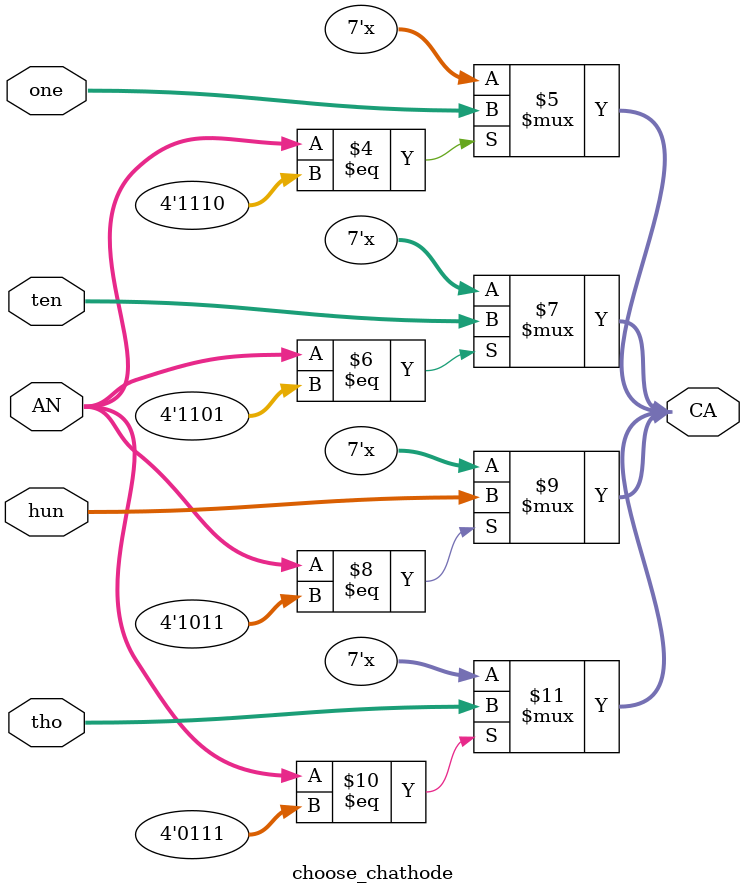
<source format=v>
`timescale 1ns / 1ps

module advanced_pipeline (clk, reset, result, PC_now, Instruction_now,
	Rs_now, Rt_now, ALU_input_1, ALU_input_2, immi_Shifted, PC_4,
	load_data, Beq_address, Write_Register,
	debug_flag_2, Debug_RegWrite, Debug_Write_Data,
	Debug_ForWardA, Debug_ForWardB);
	
	input clk, reset;
	output [31:0] result, load_data; // ALU result, Data_memory_read
	output [31:0] PC_now; // current PC value Debugging,  
	output [31:0] Instruction_now; // Fetch stage instruction 
	output [31:0] Rs_now, Rt_now; // output from Register File 
	output [31:0] ALU_input_1, ALU_input_2; // ALU inputs
	output [31:0] PC_4, Beq_address, immi_Shifted; // for Branch Address Debugging
	output [4:0] Write_Register; // Rd value
	output [31:0] debug_flag_2, Debug_Write_Data; // ALU_result in MEM stage, Write_Data for Register File
	output Debug_RegWrite; // RegWrite Op Flag

	output [1:0] Debug_ForWardA, Debug_ForWardB;

	// wires in IF stage
	wire [31:0] PC_in_original;
	wire [6:0] PC_out_short;
	wire [31:0] PC_out_unsign_extended, PC_plus4;
	wire [31:0] instruction;
	wire [31:0] branch_jump_addr;

	// wires in ID stage
	wire [31:0] IF_ID_PC_plus4, IF_ID_instruction;
	wire [4:0] MEM_WB_RegisterRd;
	wire [31:0] reg_read_data_1, reg_read_data_2;
	wire [31:0] immi_sign_extended;
	// jump within ID stage
	wire [31:0] jump_addr;
	wire [27:0] jump_base28;
	// control signal generation within ID stage
	wire RegDst, Jump, Branch, MemRead, MemtoReg, MemWrite, ALUSrc, RegWrite;
	wire [1:0] ALUOp;

	// wires in EX stage
	wire ID_EX_RegDst, ID_EX_Jump, ID_EX_Branch, ID_EX_MemRead, ID_EX_MemtoReg, ID_EX_MemWrite, ID_EX_ALUSrc, ID_EX_RegWrite;
	wire [1:0] ID_EX_ALUOp;
	wire [31:0] ID_EX_jump_addr;
	wire [31:0] ID_EX_PC_plus4, ID_EX_reg_read_data_1, ID_EX_reg_read_data_2;
	wire [31:0] ID_EX_immi_sign_extended;
	wire [4:0] ID_EX_RegisterRs, ID_EX_RegisterRt, ID_EX_RegisterRd;// Ou modifies: [31:0]
	wire [4:0] EX_RegisterRd;
	wire [5:0] ID_EX_funct;
	wire [3:0] out_to_ALU;
	wire [31:0] muxA_out, muxB_out;
	wire [31:0] after_ALUSrc;
	wire [31:0] ALU_result;
	wire ALU_zero;
	wire [31:0] after_shift, branch_addr;

	// wires in MEM stage
	wire [4:0] EX_MEM_RegisterRd;
	wire EX_MEM_RegWrite, EX_MEM_MemtoReg, EX_MEM_Branch, EX_MEM_MemRead, EX_MEM_MemWrite, EX_MEM_Jump;
	wire [31:0] EX_MEM_jump_addr, EX_MEM_branch_addr;
	wire EX_MEM_ALU_zero;
	wire [31:0] EX_MEM_ALU_result, EX_MEM_reg_read_data_2;
	wire [31:0] D_MEM_data;
	wire Branch_taken;

	// wires in WB stage
	wire [31:0] reg_write_data;
	wire MEM_WB_RegWrite, MEM_WB_MemtoReg;
	wire [31:0] MEM_WB_D_MEM_read_data, MEM_WB_D_MEM_read_addr;
	// wires for forwarding
	wire [1:0] ForwardA, ForwardB;
	// wires for lw hazard stall
	wire PCWrite;					// PC stops writing if PCWrite == 0
	wire IF_ID_Write;				// IF/ID reg stops writing if IF_ID_Write == 0
	wire ID_Flush_lwstall;

	// wires for jump/branch control hazard
	wire PCSrc;
	wire IF_Flush, ID_Flush_Branch, EX_Flush;

	// SSD display & clock slow-down
	// wire clkSSD, clkNormal, clkRF, clk;

	// multi-purpose I-MEM read_addr_1
	wire [4:0] multi_purpose_read_addr;
	wire multi_purpose_RegWrite;

	// reg to resolve always block technicalities
	// reg clkRF_reg, clk_reg;
	reg multi_purpose_RegWrite_reg;
	reg [4:0] multi_purpose_read_addr_reg;

	//new forward, change id_ex stage register
	wire ForwardC,ForwardD;
	wire [31:0] muxC_out, muxD_out;

	Mux_N_bit #(32) Unit26 (.in0(reg_read_data_1), .in1(reg_write_data),
	 .mux_out(muxC_out),.control(ForwardC));
	Mux_N_bit #(32) Unit27 (.in0(reg_read_data_2), .in1(reg_write_data),
	 .mux_out(muxD_out),.control(ForwardD));

	// output processor clock (1 Hz or freeze) to a LED
	// assign LEDIndicator = clk;   

	//////////////////////////////////
	//// Instruction Fetch stage /////
	//////////////////////////////////
	Program_Counter Unit0 (.clk(clk), .reset(reset), 
	 .PC_in(PC_in_original[6:0]), .PC_out(PC_out_short), .PCWrite(PCWrite));
	Instruction_Memory Unit1 (.read_addr(PC_out_short), .instruction(instruction), .reset(reset));
	assign PC_out_unsign_extended = {26'b0000_0000_0000_0000_0000_0000_0, PC_out_short}; // from 8 bits to 32 bits
	ALU_add_only Unit2 (.inA(PC_out_unsign_extended), .inB(32'b0100), 
	 .add_out(PC_plus4)); // PC + 4
	Mux_N_bit #(32) Unit3 (.in0(PC_plus4), .in1(branch_jump_addr), 
	 .mux_out(PC_in_original), .control(PCSrc));
	IF_ID_Stage_Reg Unit4 (.clk(clk), .reset(reset),
	 .IF_ID_Write(IF_ID_Write), .IF_Flush(IF_Flush),
	 .PC_plus4_in(PC_plus4), .PC_plus4_out(IF_ID_PC_plus4), 
	 .instruction_in(instruction), .instruction_out(IF_ID_instruction));
	
	assign PC_now = PC_out_unsign_extended;
	assign Instruction_now = instruction;

	
	//////////////////////////////////
	//// Instruction Decode stage ////
	//////////////////////////////////
	assign Debug_RegWrite = multi_purpose_RegWrite;
	assign Debug_Write_Data = reg_write_data;

	Register_File Unit5 (.clk(clkRF), .reset(reset), .RegWrite(multi_purpose_RegWrite),
	 .read_addr_1(multi_purpose_read_addr), 
	 .read_addr_2(IF_ID_instruction[20:16]),
	 .write_data(reg_write_data), .write_addr(MEM_WB_RegisterRd), 
	 .read_data_1(reg_read_data_1), .read_data_2(reg_read_data_2));
	Sign_Extension Unit6 (.sign_in(IF_ID_instruction[15:0]), .sign_out(immi_sign_extended));
	// Shift_Left_2_Jump Unit7 (.shift_in(IF_ID_instruction[25:0]), .shift_out(jump_base28));
	// assign jump_addr = {IF_ID_PC_plus4[31:28], jump_base28}; // jump_addr = (PC+4)[31:28] joined with jump_base28[27:0]
	assign jump_addr = {IF_ID_PC_plus4[31:28], IF_ID_instruction[25:2], 2'b00}; // jump_addr = (PC+4)[31:28] joined with jump_base28[27:0]
	Control Unit8 (.OpCode(IF_ID_instruction[31:26]), 
	 .RegDst(RegDst), .Jump(Jump), .Branch(Branch), 
	 .MemRead(MemRead), .MemtoReg(MemtoReg), .ALUOp(ALUOp), 
	 .MemWrite(MemWrite), .ALUSrc(ALUSrc), .RegWrite(RegWrite));
	ID_EX_Stage_Reg Unit9 (.clk(clk), .reset(reset),
	 .ID_Flush_lwstall(ID_Flush_lwstall), .ID_Flush_Branch(ID_Flush_Branch), 
	 .RegWrite_in(RegWrite), .RegWrite_out(ID_EX_RegWrite), 
	 .MemtoReg_in(MemtoReg), .MemtoReg_out(ID_EX_MemtoReg), 
	 .Branch_in(Branch), .Branch_out(ID_EX_Branch), 
	 .MemRead_in(MemRead), .MemRead_out(ID_EX_MemRead),
	 .MemWrite_in(MemWrite), .MemWrite_out(ID_EX_MemWrite),
	 .Jump_in(Jump), .Jump_out(ID_EX_Jump), 
	 .RegDst_in(RegDst), .RegDst_out(ID_EX_RegDst),
	 .ALUSrc_in(ALUSrc), .ALUSrc_out(ID_EX_ALUSrc), 
	 .ALUOp_in(ALUOp), .ALUOp_out(ID_EX_ALUOp), 
	 .PC_plus4_in(IF_ID_PC_plus4), .PC_plus4_out(ID_EX_PC_plus4),
	 .reg_read_data_1_in(muxC_out), .reg_read_data_1_out(ID_EX_reg_read_data_1),
	 .reg_read_data_2_in(muxD_out), .reg_read_data_2_out(ID_EX_reg_read_data_2), 
	 .jump_addr_in(jump_addr), .jump_addr_out(ID_EX_jump_addr), 
	 .immi_sign_extended_in(immi_sign_extended), .immi_sign_extended_out(ID_EX_immi_sign_extended), 
	 .IF_ID_RegisterRs_in(IF_ID_instruction[25:21]), .IF_ID_RegisterRs_out(ID_EX_RegisterRs),
	 .IF_ID_RegisterRt_in(IF_ID_instruction[20:16]), .IF_ID_RegisterRd_in(IF_ID_instruction[15:11]), 
	 .IF_ID_RegisterRt_out(ID_EX_RegisterRt), .IF_ID_RegisterRd_out(ID_EX_RegisterRd), 
	 .IF_ID_funct_in(IF_ID_instruction[5:0]), .IF_ID_funct_out(ID_EX_funct));
	
	assign Rs_now = muxC_out;
	assign Rt_now = muxD_out;

	//////////////////////////////////
	///////   Execute  stage  ////////
	//////////////////////////////////
	Mux_N_bit #(5) Unit10 (.in0(ID_EX_RegisterRt), .in1(ID_EX_RegisterRd), 
	 .mux_out(EX_RegisterRd), .control(ID_EX_RegDst));
	ALUControl Unit11 (.ALUOp(ID_EX_ALUOp), .funct(ID_EX_funct), .out_to_ALU(out_to_ALU));
	// Ou modifies: funct should not be IF_ID_instruction. Rather, it should be ID_EX_funct(a new wire)
	
	Mux_32bit_3to1 Unit12_muxA (.in00(ID_EX_reg_read_data_1), .in01(reg_write_data), 
	 .in10(EX_MEM_ALU_result), .mux_out(muxA_out), .control(ForwardA));
	Mux_32bit_3to1 Unit13_muxB (.in00(ID_EX_reg_read_data_2), .in01(reg_write_data), 
	 .in10(EX_MEM_ALU_result), .mux_out(muxB_out), .control(ForwardB));//Ou modifies: keep the structure paralleled with muxA
	Mux_N_bit #(32) Unit14 (.in0(muxB_out), .in1(ID_EX_immi_sign_extended), 
	 .mux_out(after_ALUSrc), .control(ID_EX_ALUSrc));
	ALU Unit15 (.inA(muxA_out), .inB(after_ALUSrc), 
	.alu_out(ALU_result), .zero(ALU_zero), .control(out_to_ALU));
	// Shift_Left_2_Branch Unit16 (.shift_in(ID_EX_immi_sign_extended), .shift_out(after_shift));
	assign after_shift = { ID_EX_immi_sign_extended[29:0], 2'b00 };
	ALU_add_only Unit17 (.inA(ID_EX_PC_plus4), .inB(after_shift), .add_out(branch_addr)); // (PC+4) + branch_addition*4Z
	// in EX/MEM stage reg, note muxB_out is used in the place of reg_read_data_2 as a result of forwarding
	EX_MEM_Stage_Reg Unit18 (.clk(clk), .reset(reset),
	 .EX_Flush(EX_Flush), 
	 .RegWrite_in(ID_EX_RegWrite), .RegWrite_out(EX_MEM_RegWrite), 
	 .MemtoReg_in(ID_EX_MemtoReg), .MemtoReg_out(EX_MEM_MemtoReg),
	 .Branch_in(ID_EX_Branch), .Branch_out(EX_MEM_Branch), 
	 .MemRead_in(ID_EX_MemRead), .MemRead_out(EX_MEM_MemRead),
	 .MemWrite_in(ID_EX_MemWrite), .MemWrite_out(EX_MEM_MemWrite),
	 .Jump_in(ID_EX_Jump), .Jump_out(EX_MEM_Jump), 
	 .branch_addr_in(branch_addr), .branch_addr_out(EX_MEM_branch_addr),
	 .ALU_zero_in(ALU_zero), .ALU_zero_out(EX_MEM_ALU_zero),
	 .ALU_result_in(ALU_result), .ALU_result_out(EX_MEM_ALU_result),
	 .reg_read_data_2_in(muxB_out), .reg_read_data_2_out(EX_MEM_reg_read_data_2), 
	 .jump_addr_out(EX_MEM_jump_addr), .jump_addr_in(ID_EX_jump_addr), 
	 .ID_EX_RegisterRd_in(EX_RegisterRd), .EX_MEM_RegisterRd_out(EX_MEM_RegisterRd));
	
	assign PC_4 = ID_EX_PC_plus4;
	assign immi_Shifted = after_shift;
	assign ALU_input_1 = muxA_out;
	assign ALU_input_2 = after_ALUSrc;
	assign Beq_address = branch_addr;
	
	assign result = ALU_result;

	//////////////////////////////////
	///////   Memory  stage  /////////
	//////////////////////////////////
	Data_Memory Unit19 (.clk(clk), .reset(reset), .addr(EX_MEM_ALU_result[7:0]), 
	 .write_data(EX_MEM_reg_read_data_2), .read_data(D_MEM_data),
	 .MemRead(EX_MEM_MemRead), .MemWrite(EX_MEM_MemWrite));
	and (Branch_taken, EX_MEM_Branch, EX_MEM_ALU_zero);

	assign debug_flag_2 = EX_MEM_ALU_result;
	assign load_data = D_MEM_data;

	jump_OR_branch Unit20 (.Jump(EX_MEM_Jump), .Branch_taken(Branch_taken), 
	 .branch_addr(EX_MEM_branch_addr), .jump_addr(EX_MEM_jump_addr), 
	 .PCSrc(PCSrc), .addr_out(branch_jump_addr));
	
	//WB stage
	MEM_WB_Stage_Reg Unit21 (.clk(clk), .reset(reset),
	 .RegWrite_in(EX_MEM_RegWrite), .RegWrite_out(MEM_WB_RegWrite), 
	 .MemtoReg_in(EX_MEM_MemtoReg), .MemtoReg_out(MEM_WB_MemtoReg),
	 .D_MEM_read_data_in(D_MEM_data), 
	 .D_MEM_read_data_out(MEM_WB_D_MEM_read_data), 
	 .D_MEM_read_addr_in(EX_MEM_ALU_result), 
	 .D_MEM_read_addr_out(MEM_WB_D_MEM_read_addr), 
	 .EX_MEM_RegisterRd_in(EX_MEM_RegisterRd), 
	 .MEM_WB_RegisterRd_out(MEM_WB_RegisterRd));
	
	Mux_N_bit #(32) Unit22 (.in0(MEM_WB_D_MEM_read_addr), .in1(MEM_WB_D_MEM_read_data), 
	 .mux_out(reg_write_data), .control(MEM_WB_MemtoReg));
	Forwarding_Control Utni23 (.EX_MEM_RegWrite(EX_MEM_RegWrite), .MEM_WB_RegWrite(MEM_WB_RegWrite), 
	 .EX_MEM_RegisterRd(EX_MEM_RegisterRd), .MEM_WB_RegisterRd(MEM_WB_RegisterRd),
	 .ID_EX_RegisterRs(ID_EX_RegisterRs), .ID_EX_RegisterRt(ID_EX_RegisterRt), 
	 .IF_ID_RegisterRs(IF_ID_instruction[25:21]), 
	 .IF_ID_RegisterRt(IF_ID_instruction[20:16]),
	 .ForwardA(ForwardA), .ForwardB(ForwardB), .ForwardC(ForwardC), .ForwardD(ForwardD));

	assign Debug_ForWardA = ForwardA;
	assign Debug_ForWardB = ForwardB;

	stall_for_lw_Control Unit24 (.PCWrite(PCWrite), .IF_ID_Write(IF_ID_Write), 
	 .ID_Flush_lwstall(ID_Flush_lwstall), .ID_EX_MemRead(ID_EX_MemRead),
	 .ID_EX_RegisterRt(ID_EX_RegisterRt), 
	 .IF_ID_RegisterRs(IF_ID_instruction[25:21]), .IF_ID_RegisterRt(IF_ID_instruction[20:16]));
	branch_and_jump_hazard_control Unit25 (.MEM_PCSrc(PCSrc), .IF_Flush(IF_Flush), 
	 .ID_Flush_Branch(ID_Flush_Branch), .EX_Flush(EX_Flush));
	
	// assign clkRF = clkRF_reg;
	// assign clk = clk_reg;
	
	assign multi_purpose_read_addr = multi_purpose_read_addr_reg;
	assign multi_purpose_RegWrite = multi_purpose_RegWrite_reg;

	always @(posedge clk) begin 
		multi_purpose_read_addr_reg <= IF_ID_instruction[25:21]; 
		// reg-file-port1 reads from instruction
		// reg-file protection measure; explained in "else"
		multi_purpose_RegWrite_reg <= MEM_WB_RegWrite;
	end

	// always @(switchRun or clkSSD) begin
	// 	if (switchRun) begin
	// 		// sys status 1: run pipeline processor
	// 		clkRF_reg <= clkNormal;		// 1 Hz
	// 		clk_reg <= clkNormal;		// 1 Hz
	// 		multi_purpose_read_addr_reg <= IF_ID_instruction[25:21]; // reg-file-port1 reads from instruction
	// 		// reg-file protection measure; explained in "else"
	// 		multi_purpose_RegWrite_reg <= MEM_WB_RegWrite;
	// 	end
	// 	else begin
	// 		// sys status 2: pause processor; inspect Reg File content
	// 		clkRF_reg <= clkSSD;	// 500 Hz
	// 		clk_reg <= 1'b0;		// freeze at 0
	// 		multi_purpose_read_addr_reg <= SwitchSelector; // reg-file-port1 reads from SwitchSelector
	// 		// Reg-file is not freezed in time, this protects against RF-data-overwrite
	// 		multi_purpose_RegWrite_reg <= 1'b0;
	// 	end
	// end

endmodule

// IF/ID stage register
// update content & output updated content at rising edge
module IF_ID_Stage_Reg (PC_plus4_in, PC_plus4_out, instruction_in, instruction_out, IF_ID_Write, IF_Flush, clk, reset);
	// 1. data content
	input [31:0] PC_plus4_in, instruction_in;
	output [31:0] PC_plus4_out, instruction_out;
	// 2. hazard control
	// IF_ID_Write: sync; if (IF_ID_Write==1'b0), do not update content at this rising edge
	// IF_Flush: sync; if (IF_Flush==1), clear ALL content, NOT ONLY control signals
	input IF_ID_Write, IF_Flush;
	// 3. general contorl
	// reset: async; set all register content to 0
	input clk, reset;

	reg [31:0] PC_plus4_out, instruction_out;

	always @(posedge clk or negedge reset) begin
		
		if (!reset) begin
			PC_plus4_out <= 32'b0;
			instruction_out <= 32'b0;
		end

		else if (IF_Flush==1'b1) begin
			PC_plus4_out <= 32'b0;
			instruction_out <= 32'b0;
		end

		else if (IF_ID_Write==1'b1) begin
			PC_plus4_out <= PC_plus4_in;
			instruction_out <= instruction_in;
		end

	end
	
endmodule


// ID/EX stage register
// update content & output updated content at rising edge
module ID_EX_Stage_Reg (ID_Flush_lwstall, ID_Flush_Branch, RegWrite_in, MemtoReg_in, RegWrite_out, MemtoReg_out, Branch_in, MemRead_in, MemWrite_in, Jump_in, Branch_out, MemRead_out, MemWrite_out, Jump_out, RegDst_in, ALUSrc_in, RegDst_out, ALUSrc_out, ALUOp_in, ALUOp_out, jump_addr_in, PC_plus4_in, jump_addr_out, PC_plus4_out, reg_read_data_1_in, reg_read_data_2_in, immi_sign_extended_in, reg_read_data_1_out, reg_read_data_2_out, immi_sign_extended_out, IF_ID_RegisterRs_in, IF_ID_RegisterRt_in, IF_ID_RegisterRd_in, IF_ID_RegisterRs_out, IF_ID_RegisterRt_out, IF_ID_RegisterRd_out,IF_ID_funct_in, IF_ID_funct_out,clk, reset);
	// 1. hazard control signal (sync rising edge)
	// if either ID_Flush_lwstall or ID_Flush_Branch equals 1,
	// then clear all WB, MEM and EX control signal to 0 on rising edge
	// do not need to clear addr, data or reg content
	input ID_Flush_lwstall, ID_Flush_Branch;
	// 2. WB control signal
	input RegWrite_in, MemtoReg_in;
	output RegWrite_out, MemtoReg_out;
	// 3. MEM control signal
	input Branch_in, MemRead_in, MemWrite_in, Jump_in;
	output Branch_out, MemRead_out, MemWrite_out, Jump_out;
	// 4. EX control signal
	input RegDst_in, ALUSrc_in;
	input [1:0] ALUOp_in;
	output RegDst_out, ALUSrc_out;
	output [1:0] ALUOp_out;
	// 5. addr content
	input [31:0] jump_addr_in, PC_plus4_in;
	output [31:0] jump_addr_out, PC_plus4_out;
	// 6. data content
	input [31:0] reg_read_data_1_in, reg_read_data_2_in, immi_sign_extended_in;
	output [31:0] reg_read_data_1_out, reg_read_data_2_out, immi_sign_extended_out;
	// 7. reg content
	input [4:0] IF_ID_RegisterRs_in, IF_ID_RegisterRt_in, IF_ID_RegisterRd_in;
	output [4:0] IF_ID_RegisterRs_out, IF_ID_RegisterRt_out, IF_ID_RegisterRd_out;
	input [5:0] IF_ID_funct_in;
	output [5:0] IF_ID_funct_out;
	// general signal
	// reset: async; set all register content to 0
	input clk, reset;
	
	reg RegWrite_out, MemtoReg_out;
	reg Branch_out, MemRead_out, MemWrite_out, Jump_out;
	reg RegDst_out, ALUSrc_out;
	reg [1:0] ALUOp_out;
	reg [31:0] jump_addr_out, PC_plus4_out;
	reg [31:0] reg_read_data_1_out, reg_read_data_2_out, immi_sign_extended_out;
	reg [4:0] IF_ID_RegisterRs_out, IF_ID_RegisterRt_out, IF_ID_RegisterRd_out;
	reg [5:0] IF_ID_funct_out;
	
	always @(posedge clk or negedge reset)
	begin
		if (!reset)
		begin
			RegWrite_out = 1'b0;
			MemtoReg_out = 1'b0;
			Branch_out = 1'b0;
			MemRead_out = 1'b0;
			MemWrite_out = 1'b0;
			Jump_out = 1'b0;
			RegDst_out = 1'b0;
			ALUSrc_out = 1'b0;
			ALUOp_out = 2'b0;
			jump_addr_out = 32'b0;
			PC_plus4_out = 32'b0;
			reg_read_data_1_out = 32'b0;
			reg_read_data_2_out = 32'b0;
			immi_sign_extended_out = 32'b0;
			IF_ID_RegisterRs_out = 5'b0;
			IF_ID_RegisterRt_out = 5'b0;
			IF_ID_RegisterRd_out = 5'b0;
			IF_ID_funct_out = 6'b0;			
		end
		else if (ID_Flush_lwstall == 1'b1)
		begin
			RegWrite_out = 1'b0;
			MemtoReg_out = 1'b0;
			Branch_out = 1'b0;
			MemRead_out = 1'b0;
			MemWrite_out = 1'b0;
			Jump_out = 1'b0;
			RegDst_out = 1'b0;
			ALUSrc_out = 1'b0;
			ALUOp_out = 2'b0;
		end
		else if (ID_Flush_Branch == 1'b1)
		begin
			RegWrite_out = 1'b0;
			MemtoReg_out = 1'b0;
			Branch_out = 1'b0;
			MemRead_out = 1'b0;
			MemWrite_out = 1'b0;
			Jump_out = 1'b0;
			RegDst_out = 1'b0;
			ALUSrc_out = 1'b0;
			ALUOp_out = 2'b0;
		end
		else begin
			RegWrite_out = RegWrite_in;
			MemtoReg_out = MemtoReg_in;
			Branch_out = Branch_in;
			MemRead_out = MemRead_in;
			MemWrite_out = MemWrite_in;
			Jump_out = Jump_in;
			RegDst_out = RegDst_in;
			ALUSrc_out = ALUSrc_in;
			ALUOp_out = ALUOp_in;
			jump_addr_out = jump_addr_in;
			PC_plus4_out = PC_plus4_in;
			reg_read_data_1_out = reg_read_data_1_in;
			reg_read_data_2_out = reg_read_data_2_in;
			immi_sign_extended_out = immi_sign_extended_in;
			IF_ID_RegisterRs_out = IF_ID_RegisterRs_in;
			IF_ID_RegisterRt_out = IF_ID_RegisterRt_in;
			IF_ID_RegisterRd_out = IF_ID_RegisterRd_in;
			IF_ID_funct_out = IF_ID_funct_in;
		end	
		
	end	
	
endmodule

// EX/MEM stage register
// update content & output updated content at rising edge
module EX_MEM_Stage_Reg (EX_Flush, RegWrite_in, MemtoReg_in, RegWrite_out, MemtoReg_out, Branch_in, MemRead_in, MemWrite_in, Jump_in, Branch_out, MemRead_out, MemWrite_out, Jump_out, jump_addr_in, branch_addr_in, jump_addr_out, branch_addr_out, ALU_zero_in, ALU_zero_out, ALU_result_in, reg_read_data_2_in, ALU_result_out, reg_read_data_2_out, ID_EX_RegisterRd_in, EX_MEM_RegisterRd_out, clk, reset);
	// 1. hazard control signal (sync rising edge)
	// if EX_Flush equals 1,
	// then clear all WB, MEM control signal to 0 on rising edge
	// do not need to clear addr or data content
	input EX_Flush;
	// 2. WB control signal
	input RegWrite_in, MemtoReg_in;
	output RegWrite_out, MemtoReg_out;
	// 3. MEM control signal
	input Branch_in, MemRead_in, MemWrite_in, Jump_in;
	output Branch_out, MemRead_out, MemWrite_out, Jump_out;
	// 4. addr content
	input [31:0] jump_addr_in, branch_addr_in;
	output [31:0] jump_addr_out, branch_addr_out;
	// 5. data content
	input ALU_zero_in;
	output ALU_zero_out;
	input [31:0] ALU_result_in, reg_read_data_2_in;
	output [31:0] ALU_result_out, reg_read_data_2_out;
	input [4:0] ID_EX_RegisterRd_in;
	output [4:0] EX_MEM_RegisterRd_out;
	// general signal
	// reset: async; set all register content to 0
	input clk, reset;

	reg RegWrite_out, MemtoReg_out;
	reg Branch_out, MemRead_out, MemWrite_out, Jump_out;
	reg [31:0] jump_addr_out, branch_addr_out;
	reg ALU_zero_out;
	reg [31:0] ALU_result_out, reg_read_data_2_out;
	reg [4:0] EX_MEM_RegisterRd_out;

	always @(posedge clk or negedge reset)
	begin
		if (!reset)
		begin
		  RegWrite_out <= 1'b0;
		  MemtoReg_out <= 1'b0;
		  Branch_out <= 1'b0;
		  MemRead_out <= 1'b0;
		  MemWrite_out <= 1'b0;
		  Jump_out <= 1'b0;
		  jump_addr_out <= 32'b0;
		  branch_addr_out <= 32'b0;
		  ALU_zero_out <= 1'b0;
		  ALU_result_out <= 32'b0;
		  reg_read_data_2_out <= 32'b0;
		  EX_MEM_RegisterRd_out <= 5'b0; 
		end
		else if (EX_Flush == 1'b1)
	    begin
		  RegWrite_out <= 1'b0;
		  MemtoReg_out <= 1'b0;
		  Branch_out <= 1'b0;
		  MemRead_out <= 1'b0;
		  MemWrite_out <= 1'b0;
		  Jump_out <= 1'b0;
		end
		else begin
		  RegWrite_out <= RegWrite_in;
		  MemtoReg_out <= MemtoReg_in;
		  Branch_out <= Branch_in;
		  MemRead_out <= MemRead_in;
		  MemWrite_out <= MemWrite_in;
		  Jump_out <= Jump_in;
		  jump_addr_out <= jump_addr_in;
		  branch_addr_out <= branch_addr_in;
		  ALU_zero_out <= ALU_zero_in;
		  ALU_result_out <= ALU_result_in;
		  reg_read_data_2_out <= reg_read_data_2_in;
		  EX_MEM_RegisterRd_out <= ID_EX_RegisterRd_in;
		end

	end

endmodule

// MEM/WB stage register
// update content & output updated content at rising edge
module MEM_WB_Stage_Reg (RegWrite_in, MemtoReg_in, RegWrite_out, MemtoReg_out, D_MEM_read_data_in, D_MEM_read_addr_in, D_MEM_read_data_out, D_MEM_read_addr_out, EX_MEM_RegisterRd_in, MEM_WB_RegisterRd_out, clk, reset);
	// 1. WB control signal
	input RegWrite_in, MemtoReg_in;
	output RegWrite_out, MemtoReg_out;
	// 2. data content
	input [31:0] D_MEM_read_data_in, D_MEM_read_addr_in;
	output [31:0] D_MEM_read_data_out, D_MEM_read_addr_out;
	input [4:0] EX_MEM_RegisterRd_in;
	output [4:0] MEM_WB_RegisterRd_out;
	// general signal
	// reset: async; set all register content to 0
	input clk, reset;
	
	reg RegWrite_out, MemtoReg_out;
	reg [31:0] D_MEM_read_data_out, D_MEM_read_addr_out;
	reg [4:0] MEM_WB_RegisterRd_out;
	
	always @(posedge clk or negedge reset)
	begin
		if (!reset)
		begin
			RegWrite_out <= 1'b0;
			MemtoReg_out <= 1'b0;
			D_MEM_read_data_out <= 32'b0;
			D_MEM_read_addr_out <= 32'b0;
			MEM_WB_RegisterRd_out <= 5'b0;
		end
		else begin
			RegWrite_out <= RegWrite_in;
			MemtoReg_out <= MemtoReg_in;
			D_MEM_read_data_out <= D_MEM_read_data_in;
			D_MEM_read_addr_out <= D_MEM_read_addr_in;
			MEM_WB_RegisterRd_out <= EX_MEM_RegisterRd_in;
		end
		
	end
	
endmodule

// forwarding unit
// all connecions are aynchronous; no clock signal is provided
module Forwarding_Control (EX_MEM_RegisterRd, MEM_WB_RegisterRd, 
	ID_EX_RegisterRs, ID_EX_RegisterRt, 
	EX_MEM_RegWrite, MEM_WB_RegWrite,
	IF_ID_RegisterRs, IF_ID_RegisterRt, 
	ForwardA, ForwardB, ForwardC, ForwardD);

	input [4:0] EX_MEM_RegisterRd, MEM_WB_RegisterRd;
	input [4:0] ID_EX_RegisterRs, ID_EX_RegisterRt;
	input [4:0] IF_ID_RegisterRs, IF_ID_RegisterRt;
	input EX_MEM_RegWrite, MEM_WB_RegWrite;
	
	output reg ForwardC,ForwardD;
	output reg [1:0] ForwardA, ForwardB;

	wire ID_HazardA, ID_HazardB;
	wire EX_HazardA, EX_HazardB;
	wire WB_HazardA, WB_HazardB;

	assign ID_HazardA = MEM_WB_RegWrite & (MEM_WB_RegisterRd!=0) & (MEM_WB_RegisterRd==IF_ID_RegisterRs);
	assign ID_HazardB = MEM_WB_RegWrite & (MEM_WB_RegisterRd!=0) & (MEM_WB_RegisterRd==IF_ID_RegisterRt);
	assign EX_HazardA = EX_MEM_RegWrite & (EX_MEM_RegisterRd!=0) & (EX_MEM_RegisterRd==ID_EX_RegisterRs);
	assign EX_HazardB = EX_MEM_RegWrite & (EX_MEM_RegisterRd!=0) & (EX_MEM_RegisterRd==ID_EX_RegisterRt);
	assign WB_HazardA = MEM_WB_RegWrite & (MEM_WB_RegisterRd!=0) & (MEM_WB_RegisterRd==ID_EX_RegisterRs);
	assign WB_HazardB = MEM_WB_RegWrite & (MEM_WB_RegisterRd!=0) & (MEM_WB_RegisterRd==ID_EX_RegisterRt);

	wire equal_EXMEM_rs, equal_EXMEM_rt, equal_MEMWB_rs,equal_MEMWB_rt;
	wire nonzero_EXMEM_rd, nonzero_MEMWB_rd;

	always@ (EX_MEM_RegWrite or MEM_WB_RegWrite or EX_HazardA or WB_HazardA or EX_HazardB or WB_HazardB or ID_HazardA or ID_HazardB) begin
		if(EX_HazardA)
			ForwardA<=2'b10;
		else if(!EX_HazardA & WB_HazardA)
			ForwardA<=2'b01;
		else
			ForwardA<=2'b00;

		if(EX_HazardB)
			ForwardB<=2'b10;
		else if(!EX_HazardB & WB_HazardB)
			ForwardB<=2'b01;
		else
			ForwardB<=2'b00;

		if(ID_HazardA)
			ForwardC<=1;
		else
			ForwardC<=0;
			
		if(ID_HazardB)
			ForwardD<=1;
		else
			ForwardD<=0;
	end

	// assign nonzero_EXMEM_rd=(EX_MEM_RegisterRd==0)?0:1;
	// assign nonzero_MEMWB_rd=(MEM_WB_RegisterRd==0)?0:1;
	// assign equal_EXMEM_rs=(EX_MEM_RegisterRd==ID_EX_RegisterRs)?1:0;
	// assign equal_EXMEM_rt=(EX_MEM_RegisterRd==ID_EX_RegisterRt)?1:0;
	// assign equal_MEMWB_rs=(MEM_WB_RegisterRd==ID_EX_RegisterRs)?1:0;
	// assign equal_MEMWB_rt=(MEM_WB_RegisterRd==ID_EX_RegisterRt)?1:0;
	// assign equal_WB_ID_rs=(MEM_WB_RegisterRd==IF_ID_RegisterRs)?1:0;
	// assign equal_WB_ID_rt=(MEM_WB_RegisterRd==IF_ID_RegisterRt)?1:0;
	// always@ (EX_MEM_RegWrite or MEM_WB_RegWrite or nonzero_EXMEM_rd or nonzero_MEMWB_rd or equal_EXMEM_rs
	// or equal_EXMEM_rt or equal_MEMWB_rs or equal_MEMWB_rt or equal_WB_ID_rs or equal_WB_ID_rt) begin
	// 	if(EX_MEM_RegWrite & nonzero_EXMEM_rd & equal_EXMEM_rs)
	// 		ForwardA<=2'b10;
	// 	else if (MEM_WB_RegWrite & nonzero_MEMWB_rd & equal_MEMWB_rs)
	// 		ForwardA<=2'b01;
	// 	else 
	// 		ForwardA<=2'b00;
			
	// 	if(EX_MEM_RegWrite & nonzero_EXMEM_rd & equal_EXMEM_rt)
	// 		ForwardB<=2'b10;
	// 	else if (MEM_WB_RegWrite & nonzero_MEMWB_rd & equal_MEMWB_rt)
	// 		ForwardB<=2'b01;
	// 	else 
	// 		ForwardB<=2'b00;
			
	// 	if(MEM_WB_RegWrite & nonzero_MEMWB_rd & equal_WB_ID_rs)
	// 		ForwardC<=1;
	// 	else
	// 		ForwardC<=0;
			
    //   if(MEM_WB_RegWrite & nonzero_MEMWB_rd & equal_WB_ID_rt)
	// 		ForwardD<=1;
	// 	else
	// 		ForwardD<=0;
	// end
endmodule

// load word causes pipeline with EX/MEM -> EX forwarding scheme to stall for ONE cycle
// all connections acynchronous; no clock signal is provided.
// In this module we are concerned with outputting 3 stall signals (don't care about the ONE cycle).
// at next rising edge, ID_EX_MemRead will be flushed to 0, this module will automatically stop stalling.
//
// stalling condition could be found in "stall_for_lw_Control code" attached in email
// how to stall the pipeline:
//		1. set PCWrite and IF_ID_Write to 0
//		2. set ID_Flush_lwstall to 1 (modified from textbook MUX solution; now we feed this signal to ID/EX stage register)
// IMPORTANT: if stalling condition is not met, set all 3 signals to the opposite value!
module stall_for_lw_Control (ID_EX_RegisterRt, IF_ID_RegisterRs, IF_ID_RegisterRt, ID_EX_MemRead, PCWrite, IF_ID_Write, ID_Flush_lwstall);
	input [4:0] ID_EX_RegisterRt, IF_ID_RegisterRs, IF_ID_RegisterRt;
	input ID_EX_MemRead;
	output PCWrite, IF_ID_Write, ID_Flush_lwstall;
	wire equal_IDEXrt_IFIDrs,equal_IDEXrt_IFIDrt;

	assign equal_IDEXrt_IFIDrs=(ID_EX_RegisterRt==IF_ID_RegisterRs)?1:0;
	assign equal_IDEXrt_IFIDrt=(ID_EX_RegisterRt==IF_ID_RegisterRt)?1:0;
	reg PCWrite, IF_ID_Write, ID_Flush_lwstall;
	
	always@(ID_EX_MemRead or equal_IDEXrt_IFIDrs or equal_IDEXrt_IFIDrt)
	begin
		if(ID_EX_MemRead & (equal_IDEXrt_IFIDrs|equal_IDEXrt_IFIDrt))
		begin PCWrite<=0;IF_ID_Write<=0;ID_Flush_lwstall<=1; end
		else 
		begin PCWrite<=1;IF_ID_Write<=1;ID_Flush_lwstall<=0; end
	end
endmodule


// this module flushes IF/ID, ID/EX and EX/MEM if branch OR jump is determined viable at MEM stage
//		we previously assumed branch NOT-taken, so 3 next instructions need to be flushed
//		we are pushig jump to MEM stage because there might be a jump instruction right below our branch_not_taken assumption
//		so we need to wait for branch result to come out before executing jump
//		and of course becuase of the wait, all jump need to flush the next 3 instrucitons
// all connecions are aynchronous; no clock signal is provided
module branch_and_jump_hazard_control (MEM_PCSrc, IF_Flush, ID_Flush_Branch, EX_Flush);
	input MEM_PCSrc; // the PCSrc generated in MEM stage will be 1 if branch is taken or a jump instruction is detected at MEM stage
	output IF_Flush, ID_Flush_Branch, EX_Flush;
	reg IF_Flush, ID_Flush_Branch, EX_Flush;
	always @(MEM_PCSrc)
	begin
		if(MEM_PCSrc)
		begin IF_Flush<=1; ID_Flush_Branch<=1; EX_Flush<=1; end
		else 
		begin IF_Flush<=0; ID_Flush_Branch<=0; EX_Flush<=0; end
	end
endmodule

// this module is not shown in textbook
// all connections acynchronous; no clock signal is provided.
// this module is designed to merge branch(if taken) and jump instruction
// getting an output of PCSrc and a destintion PC address
module jump_OR_branch (Jump, Branch_taken, branch_addr, jump_addr, PCSrc, addr_out);
	input Jump, Branch_taken; 
	input [31:0] branch_addr, jump_addr;
	output PCSrc;
	output [31:0] addr_out;
	reg [31:0] addr_out;
	reg PCSrc;
	// only one of Jump or Branch_taken can be true in MEM in one cycle
	// so if Jump is true, assign jump_addr to addr_out, and set PCSrc to 1
	// and if Branch is true, assign branch_addr to addr_out, and set PCSrc to 1
	// if none of the two are true, set PCSrc to 0. addr_out could be whatever.
	always @(Jump or Branch_taken or branch_addr or jump_addr)
	begin
		if(Branch_taken)
		begin addr_out<=branch_addr;PCSrc<=1; end
		else if (Jump)
		begin addr_out<=jump_addr;PCSrc<=1;end
		else 
		begin PCSrc<=0; addr_out<=32'b0; end
	end
	
endmodule

// 32-bit 3-to-1 MUX for forwarding
// data input width: 3 32-bit
// data output width: 1 32-bit
// control: 2-bit
module Mux_32bit_3to1 (in00, in01, in10, mux_out, control);
	input [31:0] in00, in01, in10;
	output [31:0] mux_out;
	input [1:0] control;
	reg [31:0] mux_out;
	always @(in00 or in01 or in10 or control)
	begin
		case(control)
		2'b00:mux_out<=in00;
		2'b01:mux_out<=in01;
		2'b10:mux_out<=in10;
		default: mux_out<=in00;
		endcase
	end 
endmodule

//////////////////////////////////////////////////////////////////////////
// modules that require modification from single-cycle implementation ////
//////////////////////////////////////////////////////////////////////////
// this one added a PCWrite signal. 
// Stop writing on this rising edge if PCWrite equals 0
//
// original module description:
// rising-edge synchronous program counter
// output range: decimal 0 to 64 (== I-MEM height)
// data I/O width: 64 = 2^6
// async reset: set program counter to 0 asynchronously
module Program_Counter (clk, reset, PC_in, PC_out, PCWrite);
	input PCWrite; // new input for pipeline
	input clk, reset;
	input [6:0] PC_in;//at most 16 instructions
	output [6:0] PC_out;
	reg [6:0] PC_out;
	always @ (posedge clk or negedge reset)
	begin
		if (!reset)
			PC_out<=0;
		else if(PCWrite)
			PC_out<=PC_in;
	end
endmodule


//////////////////////////////////////////////////////////////////////////
// modules that are direct copies from single cycle implementation    ////
//////////////////////////////////////////////////////////////////////////
// async read I-MEM
// height: 64, width: 32 bits (as required by TA)
// PC input width: 64 = 2^6
// instruction output width: 32 bits (== I-MEM width)
// async reset: as specified in document "Project Two Specification (V3)", 
// 		  		first reset all to 0, then hard-code instructions
module Instruction_Memory (read_addr, instruction, reset);
	input reset;
	input [6:0] read_addr;
	output [31:0] instruction;

	reg [31:0] Imemory [63:0];
	integer k;

	// I-MEM in this case is addressed by word, not by byte
	assign instruction = Imemory[read_addr[6:2]];

	always @(negedge reset) begin
		for (k=16; k<32; k=k+1) begin// here Ou changes k=0 to k=16
			Imemory[k] = 32'b0;
		end

		Imemory[0] = 32'b100011_00010_00001_0000000000000100; // lw $1, 4($2)
		Imemory[1] = 32'b000000_00001_00101_00100_00000_100010; // sub $4, $1, $5
		Imemory[2] = 32'b000000_00001_00111_00110_00000_100100; // and $6, $1, $7
		Imemory[3] = 32'b000000_00001_01001_01000_00000_100101; // or $8, $1, $9
		Imemory[5] = 32'b000100_00110_00000_1111111111111011; // beq $6, $0, Label (-5)

		// Imemory[0] = 32'b00100000000010000000000000100000; //addi $t0, $zero, 32
		// Imemory[1] = 32'b00100000000010010000000000110111; //addi $t1, $zero, 55
		// Imemory[2] = 32'b00000001000010011000000000100000; //add $s0, $t0, $t1
		// Imemory[3] = 32'b00000001000010011000100000100010; //sub $s1, $t0, $t1
		// Imemory[4] = 32'b00000001000010011001000000100100; //and $s2, $t0, $t1
		// Imemory[5] = 32'b00000001000010011001100000100101; //or $s3, $t0, $t1
		// Imemory[6] = 32'b00000001000010011010000000101010; //slt $s4, $t0, $t1 (LOOP) 
		// Imemory[7] = 32'b00010010100000000000000000000110; //beq $s4, $zero, EXIT
		// Imemory[8] = 32'b00000001000010010101000000100000; //add $t2, $t0, $t1
		// Imemory[9] = 32'b00000001010010010101000000100000; //add $t2, $t2, $t1
		// Imemory[10] = 32'b00000001010010000101100000100000; //add $t3, $t2, $t0
		// Imemory[11] = 32'b10001100000101010000000000000100; //lw $s5, 4($zero)
		// Imemory[12] = 32'b00000001010101011011000000100000; //add $s6, $t2, $s5
		// Imemory[13] = 32'b00000010101010111011100000100000; //add $s7, $s5, $t3
		// Imemory[14] = 32'b10101100000101010000000000001000; //sw $s5, 8($zero) (EXIT)
		// Imemory[15] = 32'b00001000000000000000000000000110; //j LOOP
	end
endmodule

// 32-bit ALU for addition only
// data input width: 2 32-bit
// data output width: 1 32-bit, no "zero" output
// control: no control input, only addition operation implemeneted
// as specified in Fig 4.12
// attached in email as "Fig 4_12 ALU Control Input"
module ALU_add_only (inA, inB, add_out);
	input [31:0] inA, inB;
	output [31:0] add_out;
	assign add_out=inA+inB;
endmodule

// N-bit 2-to-1 Mux
// input: 2 N-bit input
// output: 1 N-bit output
// control: 1 bit
// possible value of N in single cycle: 5, 6, 32
module Mux_N_bit (in0, in1, mux_out, control);
	parameter N = 32;
	input [N-1:0] in0, in1;
	output [N-1:0] mux_out;
	input control;
	assign mux_out=control?in1:in0;
endmodule

// sync register file (write/read occupy half cycle each)
module Register_File (read_addr_1, read_addr_2, write_addr, read_data_1, read_data_2, write_data, RegWrite, clk, reset);
	input [4:0] read_addr_1, read_addr_2, write_addr;
	input [31:0] write_data;
	input clk, reset, RegWrite;
	output [31:0] read_data_1, read_data_2;

	reg [31:0] Regfile [31:0];
	reg [31:0] read_data_1, read_data_2;
	integer k;

	always @(posedge clk or negedge reset) begin
		if (!reset) begin
			for (k=0; k<32; k=k+1) begin
				Regfile[k] <= 32'b0;
			end
			Regfile[1] <= 20;
			Regfile[2] <= 8;
			Regfile[5] <= 2;
			Regfile[6] <= 0;
			Regfile[7] <= 1;
			Regfile[9] <= 3;
		end 
		
		else if (RegWrite) 
			Regfile[write_addr] <= write_data; 
	end

	always @(negedge clk) begin
		read_data_1 <= Regfile[read_addr_1];
		read_data_2 <= Regfile[read_addr_2];
	end
endmodule

// sign-extend the 16-bit input to the 32_bit output
module Sign_Extension (sign_in, sign_out);
	input [15:0] sign_in;
	output [31:0] sign_out;
	assign sign_out[15:0]=sign_in[15:0];
	assign sign_out[31:16]=sign_in[15]?16'b1111_1111_1111_1111:16'b0;
endmodule

// shift-left-2 for jump instruction
module Shift_Left_2_Jump (shift_in, shift_out);
	input [25:0] shift_in;
	output [27:0] shift_out;
	assign shift_out[27:0]={shift_in[25:0],2'b00};
endmodule

// async control signal generation unit based on OpCode
module Control (OpCode, RegDst, Jump, Branch, MemRead, MemtoReg, ALUOp, MemWrite, ALUSrc, RegWrite);
	input [5:0] OpCode;
	output RegDst, Jump, Branch, MemRead, MemtoReg, MemWrite, ALUSrc, RegWrite;
	output [1:0] ALUOp;

	assign RegDst=(~OpCode[5])&(~OpCode[4])&(~OpCode[3])&(~OpCode[2])&(~OpCode[1])&(~OpCode[0]);//000000
	assign Jump=(~OpCode[5])&(~OpCode[4])&(~OpCode[3])&(~OpCode[2])&(OpCode[1])&(~OpCode[0]);//000010
	assign Branch=(~OpCode[5])&(~OpCode[4])&(~OpCode[3])&(OpCode[2])&(~OpCode[1])&(~OpCode[0]);//000100
	assign MemRead=(OpCode[5])&(~OpCode[4])&(~OpCode[3])&(~OpCode[2])&(OpCode[1])&(OpCode[0]);//100011
	assign MemtoReg=(OpCode[5])&(~OpCode[4])&(~OpCode[3])&(~OpCode[2])&(OpCode[1])&(OpCode[0]);//100011
	assign MemWrite=(OpCode[5])&(~OpCode[4])&(OpCode[3])&(~OpCode[2])&(OpCode[1])&(OpCode[0]);//101011
	assign ALUSrc=((~OpCode[5])&(~OpCode[4])&(OpCode[3])&(~OpCode[2])&(~OpCode[1])&(~OpCode[0])) | ((~OpCode[5])&(~OpCode[4])&(OpCode[3])&(OpCode[2])&(~OpCode[1])&(~OpCode[0])) | ((OpCode[5])&(~OpCode[4])&(~OpCode[3])&(~OpCode[2])&(OpCode[1])&(OpCode[0])) | (((OpCode[5])&(~OpCode[4])&(OpCode[3])&(~OpCode[2])&(OpCode[1])&(OpCode[0]))); //001000,001100,100011,101011
	assign RegWrite=(~OpCode[5])&(~OpCode[4])&(~OpCode[3])&(~OpCode[2])&(~OpCode[1])&(~OpCode[0]) | ((~OpCode[5])&(~OpCode[4])&(OpCode[3])&(~OpCode[2])&(~OpCode[1])&(~OpCode[0])) | ((~OpCode[5])&(~OpCode[4])&(OpCode[3])&(OpCode[2])&(~OpCode[1])&(~OpCode[0])) | ((OpCode[5])&(~OpCode[4])&(~OpCode[3])&(~OpCode[2])&(OpCode[1])&(OpCode[0]));//000000,001000,001100,100011
	assign ALUOp[1]=((~OpCode[5])&(~OpCode[4])&(~OpCode[3])&(~OpCode[2])&(~OpCode[1])&(~OpCode[0]))|((~OpCode[5])&(~OpCode[4])&(OpCode[3])&(OpCode[2])&(~OpCode[1])&(~OpCode[0]));//000000, 001100(andi)
	assign ALUOp[0]= ((~OpCode[5])&(~OpCode[4])&(~OpCode[3])&(OpCode[2])&(~OpCode[1])&(~OpCode[0]))|((~OpCode[5])&(~OpCode[4])&(OpCode[3])&(OpCode[2])&(~OpCode[1])&(~OpCode[0]));//000100,001100(andi)
endmodule

// async control to generate ALU input signal
module ALUControl (ALUOp, funct, out_to_ALU);
	input [1:0] ALUOp;
	input [5:0] funct;
	output [3:0] out_to_ALU;

	assign out_to_ALU[3]=0;
	assign out_to_ALU[2]=((~ALUOp[1])&(ALUOp[0])) | ((ALUOp[1])&(~ALUOp[0])&(~funct[3])&(~funct[2])&(funct[1])&(~funct[0])) | ((ALUOp[1])&(~ALUOp[0])&(funct[3])&(~funct[2])&(funct[1])&(~funct[0]));
	assign out_to_ALU[1]=((~ALUOp[1])&(~ALUOp[0]))|((~ALUOp[1])&(ALUOp[0])) | ((ALUOp[1])&(~ALUOp[0])&(~funct[3])&(~funct[2])&(~funct[1])&(~funct[0])) | ((ALUOp[1])&(~ALUOp[0])&(~funct[3])&(~funct[2])&(funct[1])&(~funct[0]))|((ALUOp[1])&(~ALUOp[0])&(funct[3])&(~funct[2])&(funct[1])&(~funct[0]));
	assign out_to_ALU[0]=((ALUOp[1])&(~ALUOp[0])&(~funct[3])&(funct[2])&(~funct[1])&(funct[0]))|((ALUOp[1])&(~ALUOp[0])&(funct[3])&(~funct[2])&(funct[1])&(~funct[0]));	
endmodule

// 32-bit ALU
module ALU (inA, inB, alu_out, zero, control);
	input [31:0] inA, inB;
	output [31:0] alu_out;
	output zero;
	reg zero;
	reg [31:0] alu_out;
	input [3:0] control;
	always @ (control or inA or inB)
	begin
		case (control)
		4'b0000:begin zero<=0; alu_out<=inA&inB; end
		4'b0001:begin zero<=0; alu_out<=inA|inB; end
		4'b0010:begin zero<=0; alu_out<=inA+inB; end
		4'b0110:begin if(inA==inB) zero<=1; else zero<=0; alu_out<=inA-inB; end
		4'b0111:begin zero<=0; if(inA-inB>=32'h8000_0000) alu_out<=32'b1; else alu_out<=32'b0; end// how to implement signed number
		default: begin zero<=0; alu_out<=inA; end
		endcase
	end
endmodule

// shift-left-2 for branch instruction
module Shift_Left_2_Branch (shift_in, shift_out);
	input [31:0] shift_in;
	output [31:0] shift_out;
	assign shift_out[31:0]={shift_in[29:0],2'b00};
endmodule

// rising edge sync-write, async-read D-MEM
module Data_Memory (addr, write_data, read_data, clk, reset, MemRead, MemWrite);
	input clk, reset;
	input MemRead, MemWrite;
	input [7:0] addr;
	input [31:0] write_data;

	output reg [31:0] read_data;

	reg [31:0] DMemory [63:0];
	integer k;

	always @(*) begin
		if (!reset)  begin
			for (k=0; k<64; k=k+1) begin
				DMemory[k] = 32'b0;
			end
			DMemory[3] = 30;
			DMemory[12] = 32'b0001_1110;
			DMemory[16] = 30;
		end

		else
			if (MemRead && !MemWrite) begin
				read_data = DMemory[addr[7:2]];
			end

			else if (!MemRead && MemWrite) begin
				DMemory[addr[7:2]] = write_data;
			end

		else begin
			read_data = 32'bx;
		end
	end
endmodule

//////////////////////////////////////////////////////////////////////////
// modules for slowing the clock and displaying on SSD                ////
//////////////////////////////////////////////////////////////////////////
module Dff_asy (q, d, clk, rst);
	input d, clk, rst;
	output reg q;
	
	always @ (posedge clk or posedge rst)
		if (rst == 1) q <= 0;
		else q <= d;
endmodule

// The following modules implement SSD display & clock slow-down
module divide_by_500 (clock, reset, clock_out);
	parameter N = 9;
	input 	clock, reset;
	wire		load, asyclock_out;
	wire 		[N-1:0] Dat;
	output 	clock_out;
	reg 		[N-1:0] Q;
	assign	Dat = 9'b000000000;
	assign	load = Q[8] & Q[7] & Q[6] & Q[5] & Q[4] & Q[1] & Q[0];
	always @ (negedge reset or posedge clock)
	begin
		if (!reset) Q <= 9'b000000000;
		else if (load == 1'b1) Q <= Dat;
		else Q <= Q + 1;
	end
	assign	asyclock_out = load;
	Dff_asy Unit_Dff (.q(clock_out), .d(asyclock_out), .clk(clock), .rst(reset));
endmodule

module divide_by_100k (clock, reset, clock_out);
	parameter N = 17;
	input	clock, reset;
	wire	load, asyclock_out;
	wire 	[N-1:0] Dat;
	output 	clock_out;
	reg 	[N-1:0] Q;
	assign	Dat = 0;
	assign	load = Q[16] & Q[15] & Q[10] & Q[9] & Q[7] & Q[4] & Q[3] & Q[2] & Q[1] & Q[0];
	always @ (negedge reset or posedge clock)
	begin
		if (!reset) Q <= 0;
		else if (load == 1'b1) Q <= Dat;
		else Q <= Q + 1;
	end
	assign	asyclock_out = load;
	Dff_asy Unit_Dff (.q(clock_out), .d(asyclock_out), .clk(clock), .rst(reset));
endmodule

module Ring_4_counter(clock, reset, Q);
	input 		clock, reset;
	output reg	[3:0]Q;
	
	always @(posedge clock or negedge reset)
	begin
		if (reset == 1) Q <= 4'b1110;
		else
		begin
			Q[3] <= Q[0];
			Q[2] <= Q[3];
			Q[1] <= Q[2];
			Q[0] <= Q[1];
		end
	end
endmodule

module ssd_driver (in_BCD, out_SSD);
	input [3:0] in_BCD; // input in Binary-Coded Decimal
	output [6:0] out_SSD; // output to Seven-Segment Display
	reg [6:0] out_SSD;
	always @(in_BCD) begin
		case (in_BCD)
		0:out_SSD=7'b0000001;
		1:out_SSD=7'b1001111;
		2:out_SSD=7'b0010010;
		3:out_SSD=7'b0000110;
		4:out_SSD=7'b1001100;
		5:out_SSD=7'b0100100;
		6:out_SSD=7'b0100000;
		7:out_SSD=7'b0001111;
		8:out_SSD=7'b0000000;
		9:out_SSD=7'b0000100;
		10:out_SSD=7'b0001000;
		11:out_SSD=7'b1100000;
		12:out_SSD=7'b0110001;
		13:out_SSD=7'b1000010;
		14:out_SSD=7'b0110000;
		15:out_SSD=7'b0111000;
			default out_SSD = 7'b1111111; // no ssd
		endcase
	end
endmodule

module choose_chathode(tho, hun, ten, one, AN, CA);
	input	[6:0]tho;
	input	[6:0]hun;
	input	[6:0]ten;
	input	[6:0]one;
	input	[3:0]AN;
	output	[6:0]CA;
	assign CA = (AN==4'b1110) ? one : 7'bzzzzzzz,
		   CA =	(AN==4'b1101) ? ten : 7'bzzzzzzz,
		   CA = (AN==4'b1011) ? hun : 7'bzzzzzzz,
		   CA =	(AN==4'b0111) ? tho : 7'bzzzzzzz;
endmodule
</source>
